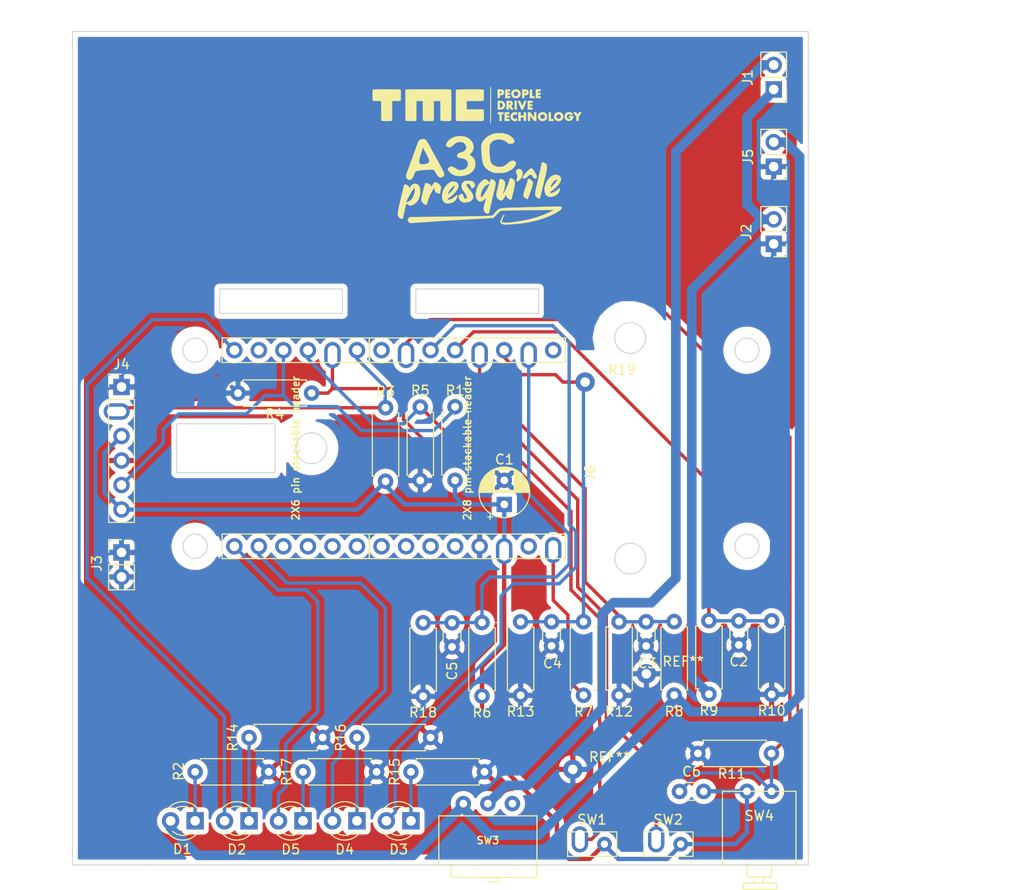
<source format=kicad_pcb>
(kicad_pcb (version 20171130) (host pcbnew 5.1.5-52549c5~86~ubuntu18.04.1)
  (title_block (title "routage e-p-wifi-shield") (date 2019-11-26) (rev 1.0) (company "A3C et TMC") (comment 1 "1ère version du shield, prototype 3") (comment 2 https://github.com/AIREL46/SCAO/tree/master/kicad/e-p-wifi-shield))
  (layers (0 F.Cu signal) (31 B.Cu signal) (34 B.Paste user) (35 F.Paste user) (36 B.SilkS user) (37 F.SilkS user) (38 B.Mask user) (39 F.Mask user) (44 Edge.Cuts user))
  (net 0 "")
  (net 1 +3V3)
  (net 2 GND)
  (net 3 "Net-(C2-Pad1)")
  (net 4 "Net-(C3-Pad1)")
  (net 5 "Net-(C4-Pad1)")
  (net 6 "Net-(C5-Pad1)")
  (net 7 "Net-(D1-Pad2)")
  (net 8 "Net-(D1-Pad1)")
  (net 9 "Net-(D2-Pad1)")
  (net 10 "Net-(D2-Pad2)")
  (net 11 "Net-(D3-Pad2)")
  (net 12 "Net-(D3-Pad1)")
  (net 13 "Net-(D4-Pad1)")
  (net 14 "Net-(D4-Pad2)")
  (net 15 "Net-(D5-Pad1)")
  (net 16 "Net-(D5-Pad2)")
  (net 17 "Net-(J1-Pad1)")
  (net 18 "Net-(J1-Pad2)")
  (net 19 "Net-(J4-Pad2)")
  (net 20 "Net-(J4-Pad5)")
  (net 21 "Net-(J6-PadAREF)")
  (net 22 "Net-(J6-PadVIN)")
  (net 23 "Net-(J6-PadRESET)")
  (net 24 "Net-(J6-PadTX)")
  (net 25 "Net-(J6-PadRX)")
  (net 26 "Net-(J6-PadSCL)")
  (net 27 "Net-(J6-PadA6)")
  (net 28 "Net-(J6-PadSDA)")
  (net 29 "Net-(J6-PadMISO)")
  (net 30 "Net-(J6-PadD1)")
  (net 31 "Net-(J6-PadSCK)")
  (net 32 "Net-(J6-PadD2)")
  (net 33 "Net-(J6-PadMOSI)")
  (net 34 "Net-(J6-PadD4)")
  (net 35 "Net-(J6-Pad+5V)")
  (net 36 "Net-(SW3-Pad1)")
  (net 37 "Net-(C6-Pad1)")
  (module e-p-wifi-v2:Via-DIY (layer F.Cu) (at 69.596 101.854)
    (fp_text reference REF** (at 3.81 -1.27) (layer F.SilkS))
    (fp_text value Via-DIY)
    (pad 1 thru_hole oval (at 0 0) (size 2 2) (drill 1) (layers *.Cu *.Mask) (net 2 GND))
  )
  (module e-p-wifi-v2:Via-DIY (layer F.Cu) (at 77.216 91.948)
    (fp_text reference REF** (at 3.81 -1.27) (layer F.SilkS))
    (fp_text value Via-DIY)
    (pad 1 thru_hole oval (at 0 0) (size 2 2) (drill 1) (layers *.Cu *.Mask) (net 2 GND))
  )
  (module e-p-wifi-v2:PinSocket_2x14_MKR1010_ov (layer F.Cu) (at 51.055 68.58 270)
    (fp_text reference J6 (at 2.54 -20.32 90) (layer F.SilkS))
    (fp_text value Conn_02x14_MKR1010)
    (fp_text user "2X8 pin stackable header" (at 0 -7.62 90) (layer F.SilkS) (effects (font (size 0.762 0.762))))
    (fp_text user "2X6 pin stackable header" (at 0 10.16 90) (layer F.SilkS) (effects (font (size 0.762 0.762))))
    (pad AREF thru_hole oval (at -10.16 -16.51 270) (size 1.7 1.7) (drill 1) (layers *.Cu *.Mask) (net 21 "Net-(J6-PadAREF)"))
    (pad VIN thru_hole oval (at 10.16 -13.97 270) (size 1.7 1.7) (drill 1) (layers *.Cu *.Mask) (net 22 "Net-(J6-PadVIN)"))
    (pad A0 thru_hole oval (at -9.66 -13.97 270) (size 2.7 1.7) (drill oval 2 1) (layers *.Cu *.Mask) (net 6 "Net-(C5-Pad1)"))
    (pad +3V3 thru_hole oval (at 10.66 -11.43 270) (size 2.7 1.7) (drill oval 2 1) (layers *.Cu *.Mask) (net 1 +3V3))
    (pad A1 thru_hole oval (at -10.16 -11.43 270) (size 1.7 1.7) (drill 1) (layers *.Cu *.Mask) (net 5 "Net-(C4-Pad1)"))
    (pad GND thru_hole oval (at 10.16 -8.89 270) (size 1.7 1.7) (drill 1) (layers *.Cu *.Mask) (net 2 GND))
    (pad A2 thru_hole oval (at -9.66 -8.89 270) (size 2.7 1.7) (drill oval 2 1) (layers *.Cu *.Mask) (net 4 "Net-(C3-Pad1)"))
    (pad RESET thru_hole oval (at 10.16 -6.35 270) (size 1.7 1.7) (drill 1) (layers *.Cu *.Mask) (net 23 "Net-(J6-PadRESET)"))
    (pad A3 thru_hole oval (at -10.16 -6.35 270) (size 1.7 1.7) (drill 1) (layers *.Cu *.Mask) (net 3 "Net-(C2-Pad1)"))
    (pad TX thru_hole oval (at 10.16 -3.81 270) (size 1.7 1.7) (drill 1) (layers *.Cu *.Mask) (net 24 "Net-(J6-PadTX)"))
    (pad A4 thru_hole oval (at -10.16 -3.81 270) (size 1.7 1.7) (drill 1) (layers *.Cu *.Mask) (net 11 "Net-(D3-Pad2)"))
    (pad RX thru_hole oval (at 10.16 -1.27 270) (size 1.7 1.7) (drill 1) (layers *.Cu *.Mask) (net 25 "Net-(J6-PadRX)"))
    (pad A5 thru_hole oval (at -9.66 -1.27 270) (size 2.7 1.7) (drill oval 2 1) (layers *.Cu *.Mask) (net 37 "Net-(C6-Pad1)"))
    (pad SCL thru_hole oval (at 10.16 1.27 270) (size 1.7 1.7) (drill 1) (layers *.Cu *.Mask) (net 26 "Net-(J6-PadSCL)"))
    (pad A6 thru_hole oval (at -10.16 1.27 270) (size 1.7 1.7) (drill 1) (layers *.Cu *.Mask) (net 27 "Net-(J6-PadA6)"))
    (pad SDA thru_hole oval (at 10.16 3.81 270) (size 1.7 1.7) (drill 1) (layers *.Cu *.Mask) (net 28 "Net-(J6-PadSDA)"))
    (pad D0 thru_hole oval (at -10.16 3.81 270) (size 1.7 1.7) (drill 1) (layers *.Cu *.Mask) (net 19 "Net-(J4-Pad2)"))
    (pad MISO thru_hole oval (at 10.16 6.35 270) (size 1.7 1.7) (drill 1) (layers *.Cu *.Mask) (net 29 "Net-(J6-PadMISO)"))
    (pad D1 thru_hole oval (at -9.66 6.35 270) (size 2.7 1.7) (drill oval 2 1) (layers *.Cu *.Mask) (net 30 "Net-(J6-PadD1)"))
    (pad SCK thru_hole oval (at 10.16 8.89 270) (size 1.7 1.7) (drill 1) (layers *.Cu *.Mask) (net 31 "Net-(J6-PadSCK)"))
    (pad D2 thru_hole oval (at -10.16 8.89 270) (size 1.7 1.7) (drill 1) (layers *.Cu *.Mask) (net 32 "Net-(J6-PadD2)"))
    (pad MOSI thru_hole oval (at 10.16 11.43 270) (size 1.7 1.7) (drill 1) (layers *.Cu *.Mask) (net 33 "Net-(J6-PadMOSI)"))
    (pad D3 thru_hole oval (at -10.16 11.43 270) (size 1.7 1.7) (drill 1) (layers *.Cu *.Mask) (net 20 "Net-(J4-Pad5)"))
    (pad D7 thru_hole oval (at 10.16 13.97 270) (size 1.7 1.7) (drill 1) (layers *.Cu *.Mask) (net 14 "Net-(D4-Pad2)"))
    (pad D4 thru_hole oval (at -10.16 13.97 270) (size 1.7 1.7) (drill 1) (layers *.Cu *.Mask) (net 34 "Net-(J6-PadD4)"))
    (pad D6 thru_hole oval (at 10.16 16.51 270) (size 1.7 1.7) (drill 1) (layers *.Cu *.Mask) (net 16 "Net-(D5-Pad2)"))
    (pad D5 thru_hole oval (at -10.16 16.51 270) (size 1.7 1.7) (drill 1) (layers *.Cu *.Mask) (net 10 "Net-(D2-Pad2)"))
    (pad +5V thru_hole oval (at 10.541 -16.51 270) (size 2.7 1.7) (drill oval 2 1) (layers *.Cu *.Mask) (net 35 "Net-(J6-Pad+5V)"))
  )
  (module LED_THT:LED_D3.0mm (layer F.Cu) (at 47.244 107.188 180)
    (fp_text reference D4 (at 1.27 -2.96) (layer F.SilkS))
    (fp_text value Rouge)
    (pad 1 thru_hole rect (at 0 0 180) (size 1.8 1.8) (drill 1) (layers *.Cu *.Mask) (net 13 "Net-(D4-Pad1)"))
    (pad 2 thru_hole circle (at 2.54 0 180) (size 1.8 1.8) (drill 1) (layers *.Cu *.Mask) (net 14 "Net-(D4-Pad2)"))
  )
  (module LED_THT:LED_D3.0mm (layer F.Cu) (at 36.068 107.188 180)
    (fp_text reference D2 (at 1.27 -2.96) (layer F.SilkS))
    (fp_text value Vert)
    (pad 1 thru_hole rect (at 0 0 180) (size 1.8 1.8) (drill 1) (layers *.Cu *.Mask) (net 9 "Net-(D2-Pad1)"))
    (pad 2 thru_hole circle (at 2.54 0 180) (size 1.8 1.8) (drill 1) (layers *.Cu *.Mask) (net 10 "Net-(D2-Pad2)"))
  )
  (module e-p-wifi-v2:switch (layer F.Cu) (at 60.8 105.4)
    (fp_text reference SW3 (at 0 3.81) (layer F.SilkS) (effects (font (size 0.762 0.762))))
    (fp_text value "Conrad 711771")
    (pad 2 thru_hole circle (at 0 0) (size 1.6 1.6) (drill 0.8) (layers *.Cu *.Mask) (net 18 "Net-(J1-Pad2)"))
    (pad 3 thru_hole circle (at -2.54 0) (size 1.6 1.6) (drill 0.8) (layers *.Cu *.Mask) (net 7 "Net-(D1-Pad2)"))
    (pad 1 thru_hole circle (at 2.54 0) (size 1.6 1.6) (drill 0.8) (layers *.Cu *.Mask) (net 36 "Net-(SW3-Pad1)"))
  )
  (module LED_THT:LED_D3.0mm (layer F.Cu) (at 30.48 107.188 180)
    (fp_text reference D1 (at 1.325 -2.925) (layer F.SilkS))
    (fp_text value vert)
    (pad 2 thru_hole circle (at 2.54 0 180) (size 1.8 1.8) (drill 1) (layers *.Cu *.Mask) (net 7 "Net-(D1-Pad2)"))
    (pad 1 thru_hole rect (at 0 0 180) (size 1.8 1.8) (drill 1) (layers *.Cu *.Mask) (net 8 "Net-(D1-Pad1)"))
  )
  (module Capacitor_THT:C_Disc_D3.0mm_W1.6mm_P2.50mm (layer F.Cu) (at 77.19 86.56 270)
    (fp_text reference C3 (at 4.3 -0.1 180) (layer F.SilkS))
    (fp_text value 0.1mF)
    (pad 2 thru_hole circle (at 2.5 0 270) (size 1.6 1.6) (drill 0.8) (layers *.Cu *.Mask) (net 2 GND))
    (pad 1 thru_hole circle (at 0 0 270) (size 1.6 1.6) (drill 0.8) (layers *.Cu *.Mask) (net 4 "Net-(C3-Pad1)"))
  )
  (module Connector_PinHeader_2.54mm:PinHeader_1x02_P2.54mm_Vertical (layer F.Cu) (at 90.4 31.4 180)
    (fp_text reference J1 (at 2.7 1.225 270) (layer F.SilkS))
    (fp_text value Shunt)
    (pad 1 thru_hole rect (at 0 0 180) (size 1.7 1.7) (drill 1) (layers *.Cu *.Mask) (net 17 "Net-(J1-Pad1)"))
    (pad 2 thru_hole oval (at 0 2.54 180) (size 1.7 1.7) (drill 1) (layers *.Cu *.Mask) (net 18 "Net-(J1-Pad2)"))
  )
  (module Connector_PinHeader_2.54mm:PinHeader_1x02_P2.54mm_Vertical (layer F.Cu) (at 90.4 47.4 180)
    (fp_text reference J2 (at 2.825 1.225 270) (layer F.SilkS))
    (fp_text value Vbat1)
    (pad 1 thru_hole rect (at 0 0 180) (size 1.7 1.7) (drill 1) (layers *.Cu *.Mask) (net 2 GND))
    (pad 2 thru_hole oval (at 0 2.54 180) (size 1.7 1.7) (drill 1) (layers *.Cu *.Mask) (net 17 "Net-(J1-Pad1)"))
  )
  (module Connector_PinHeader_2.54mm:PinHeader_1x02_P2.54mm_Vertical (layer F.Cu) (at 22.86 79.375)
    (fp_text reference J3 (at -2.56 1.14 -90) (layer F.SilkS))
    (fp_text value "Masse T1")
    (pad 2 thru_hole oval (at 0 2.54) (size 1.7 1.7) (drill 1) (layers *.Cu *.Mask) (net 2 GND))
    (pad 1 thru_hole rect (at 0 0) (size 1.7 1.7) (drill 1) (layers *.Cu *.Mask) (net 2 GND))
  )
  (module Capacitor_THT:CP_Radial_D5.0mm_P2.50mm (layer F.Cu) (at 62.5 74.4 90)
    (fp_text reference C1 (at 4.66 0.02) (layer F.SilkS))
    (fp_text value 4.7µF)
    (pad 1 thru_hole rect (at 0 0 90) (size 1.6 1.6) (drill 0.8) (layers *.Cu *.Mask) (net 1 +3V3))
    (pad 2 thru_hole circle (at 2.5 0 90) (size 1.6 1.6) (drill 0.8) (layers *.Cu *.Mask) (net 2 GND))
  )
  (module logo:tmc-logo-1200dpi (layer F.Cu) (at 59.69 33.02)
    (fp_text reference G*** hide)
    (fp_text value LOGO hide)
  )
  (module Capacitor_THT:C_Disc_D3.0mm_W1.6mm_P2.50mm (layer F.Cu) (at 86.79 86.46 270)
    (fp_text reference C2 (at 4.2 0 180) (layer F.SilkS))
    (fp_text value 0.1mF)
    (pad 1 thru_hole circle (at 0 0 270) (size 1.6 1.6) (drill 0.8) (layers *.Cu *.Mask) (net 3 "Net-(C2-Pad1)"))
    (pad 2 thru_hole circle (at 2.5 0 270) (size 1.6 1.6) (drill 0.8) (layers *.Cu *.Mask) (net 2 GND))
  )
  (module Capacitor_THT:C_Disc_D3.0mm_W1.6mm_P2.50mm (layer F.Cu) (at 67.39 86.56 270)
    (fp_text reference C4 (at 4.3 -0.1 180) (layer F.SilkS))
    (fp_text value 0.1mF)
    (pad 1 thru_hole circle (at 0 0 270) (size 1.6 1.6) (drill 0.8) (layers *.Cu *.Mask) (net 5 "Net-(C4-Pad1)"))
    (pad 2 thru_hole circle (at 2.5 0 270) (size 1.6 1.6) (drill 0.8) (layers *.Cu *.Mask) (net 2 GND))
  )
  (module LED_THT:LED_D3.0mm (layer F.Cu) (at 41.656 107.188 180)
    (fp_text reference D5 (at 1.27 -2.96) (layer F.SilkS))
    (fp_text value Jaune)
    (pad 1 thru_hole rect (at 0 0 180) (size 1.8 1.8) (drill 1) (layers *.Cu *.Mask) (net 15 "Net-(D5-Pad1)"))
    (pad 2 thru_hole circle (at 2.54 0 180) (size 1.8 1.8) (drill 1) (layers *.Cu *.Mask) (net 16 "Net-(D5-Pad2)"))
  )
  (module Capacitor_THT:C_Disc_D3.0mm_W1.6mm_P2.50mm (layer F.Cu) (at 57.09 86.66 270)
    (fp_text reference C5 (at 5 0 90) (layer F.SilkS))
    (fp_text value 0.1mF)
    (pad 2 thru_hole circle (at 2.5 0 270) (size 1.6 1.6) (drill 0.8) (layers *.Cu *.Mask) (net 2 GND))
    (pad 1 thru_hole circle (at 0 0 270) (size 1.6 1.6) (drill 0.8) (layers *.Cu *.Mask) (net 6 "Net-(C5-Pad1)"))
  )
  (module logo:a3c-logo-500dpi (layer F.Cu) (at 59.69 40.64)
    (fp_text reference G*** hide)
    (fp_text value LOGO hide)
  )
  (module LED_THT:LED_D3.0mm (layer F.Cu) (at 52.832 107.188 180)
    (fp_text reference D3 (at 1.27 -2.96) (layer F.SilkS))
    (fp_text value bleu)
    (pad 2 thru_hole circle (at 2.54 0 180) (size 1.8 1.8) (drill 1) (layers *.Cu *.Mask) (net 11 "Net-(D3-Pad2)"))
    (pad 1 thru_hole rect (at 0 0 180) (size 1.8 1.8) (drill 1) (layers *.Cu *.Mask) (net 12 "Net-(D3-Pad1)"))
  )
  (module Connector_PinHeader_2.54mm:PinHeader_1x02_P2.54mm_Vertical (layer F.Cu) (at 90.4 39.4 180)
    (fp_text reference J5 (at 2.65 1 270) (layer F.SilkS))
    (fp_text value Vbat2)
    (pad 2 thru_hole oval (at 0 2.54 180) (size 1.7 1.7) (drill 1) (layers *.Cu *.Mask) (net 7 "Net-(D1-Pad2)"))
    (pad 1 thru_hole rect (at 0 0 180) (size 1.7 1.7) (drill 1) (layers *.Cu *.Mask) (net 2 GND))
  )
  (module Resistor_THT:R_Axial_DIN0207_L6.3mm_D2.5mm_P7.62mm_Horizontal (layer F.Cu) (at 50.2 72 90)
    (fp_text reference R3 (at 9.3 0 180) (layer F.SilkS))
    (fp_text value 4.7k)
    (pad 1 thru_hole circle (at 0 0 90) (size 1.6 1.6) (drill 0.8) (layers *.Cu *.Mask) (net 1 +3V3))
    (pad 2 thru_hole oval (at 7.62 0 90) (size 1.6 1.6) (drill 0.8) (layers *.Cu *.Mask) (net 19 "Net-(J4-Pad2)"))
  )
  (module Resistor_THT:R_Axial_DIN0207_L6.3mm_D2.5mm_P7.62mm_Horizontal (layer F.Cu) (at 90.19 86.46 270)
    (fp_text reference R10 (at 9.3 0 180) (layer F.SilkS))
    (fp_text value 4.7k)
    (pad 2 thru_hole oval (at 7.62 0 270) (size 1.6 1.6) (drill 0.8) (layers *.Cu *.Mask) (net 2 GND))
    (pad 1 thru_hole circle (at 0 0 270) (size 1.6 1.6) (drill 0.8) (layers *.Cu *.Mask) (net 3 "Net-(C2-Pad1)"))
  )
  (module Resistor_THT:R_Axial_DIN0207_L6.3mm_D2.5mm_P7.62mm_Horizontal (layer F.Cu) (at 64.19 86.56 270)
    (fp_text reference R13 (at 9.3 0) (layer F.SilkS))
    (fp_text value 4.7k)
    (pad 2 thru_hole oval (at 7.62 0 270) (size 1.6 1.6) (drill 0.8) (layers *.Cu *.Mask) (net 2 GND))
    (pad 1 thru_hole circle (at 0 0 270) (size 1.6 1.6) (drill 0.8) (layers *.Cu *.Mask) (net 5 "Net-(C4-Pad1)"))
  )
  (module Resistor_THT:R_Axial_DIN0207_L6.3mm_D2.5mm_P7.62mm_Horizontal (layer F.Cu) (at 53.8 64.3 270)
    (fp_text reference R5 (at -1.7 0 180) (layer F.SilkS))
    (fp_text value 47k)
    (pad 1 thru_hole circle (at 0 0 270) (size 1.6 1.6) (drill 0.8) (layers *.Cu *.Mask) (net 32 "Net-(J6-PadD2)"))
    (pad 2 thru_hole oval (at 7.62 0 270) (size 1.6 1.6) (drill 0.8) (layers *.Cu *.Mask) (net 2 GND))
  )
  (module Resistor_THT:R_Axial_DIN0207_L6.3mm_D2.5mm_P7.62mm_Horizontal (layer F.Cu) (at 43.688 98.552 180)
    (fp_text reference R14 (at 9.3 0 270) (layer F.SilkS))
    (fp_text value 1K)
    (pad 2 thru_hole oval (at 7.62 0 180) (size 1.6 1.6) (drill 0.8) (layers *.Cu *.Mask) (net 9 "Net-(D2-Pad1)"))
    (pad 1 thru_hole circle (at 0 0 180) (size 1.6 1.6) (drill 0.8) (layers *.Cu *.Mask) (net 2 GND))
  )
  (module Resistor_THT:R_Axial_DIN0207_L6.3mm_D2.5mm_P7.62mm_Horizontal (layer F.Cu) (at 60.19 94.26 90)
    (fp_text reference R6 (at -1.7 0 180) (layer F.SilkS))
    (fp_text value 4.7k)
    (pad 2 thru_hole oval (at 7.62 0 90) (size 1.6 1.6) (drill 0.8) (layers *.Cu *.Mask) (net 6 "Net-(C5-Pad1)"))
    (pad 1 thru_hole circle (at 0 0 90) (size 1.6 1.6) (drill 0.8) (layers *.Cu *.Mask) (net 1 +3V3))
  )
  (module Resistor_THT:R_Axial_DIN0207_L6.3mm_D2.5mm_P7.62mm_Horizontal (layer F.Cu) (at 70.7 94.17 90)
    (fp_text reference R7 (at -1.7 0 180) (layer F.SilkS))
    (fp_text value 4.7k)
    (pad 1 thru_hole circle (at 0 0 90) (size 1.6 1.6) (drill 0.8) (layers *.Cu *.Mask) (net 35 "Net-(J6-Pad+5V)"))
    (pad 2 thru_hole oval (at 7.62 0 90) (size 1.6 1.6) (drill 0.8) (layers *.Cu *.Mask) (net 5 "Net-(C4-Pad1)"))
  )
  (module Resistor_THT:R_Axial_DIN0207_L6.3mm_D2.5mm_P7.62mm_Horizontal (layer F.Cu) (at 60.452 102.108 180)
    (fp_text reference R15 (at 9.3 0 270) (layer F.SilkS))
    (fp_text value 1K)
    (pad 1 thru_hole circle (at 0 0 180) (size 1.6 1.6) (drill 0.8) (layers *.Cu *.Mask) (net 2 GND))
    (pad 2 thru_hole oval (at 7.62 0 180) (size 1.6 1.6) (drill 0.8) (layers *.Cu *.Mask) (net 12 "Net-(D3-Pad1)"))
  )
  (module Resistor_THT:R_Axial_DIN0207_L6.3mm_D2.5mm_P7.62mm_Horizontal (layer F.Cu) (at 74.39 86.56 270)
    (fp_text reference R12 (at 9.3 0 180) (layer F.SilkS))
    (fp_text value 4.7k)
    (pad 1 thru_hole circle (at 0 0 270) (size 1.6 1.6) (drill 0.8) (layers *.Cu *.Mask) (net 4 "Net-(C3-Pad1)"))
    (pad 2 thru_hole oval (at 7.62 0 270) (size 1.6 1.6) (drill 0.8) (layers *.Cu *.Mask) (net 2 GND))
  )
  (module Resistor_THT:R_Axial_DIN0207_L6.3mm_D2.5mm_P7.62mm_Horizontal (layer F.Cu) (at 54.864 98.552 180)
    (fp_text reference R16 (at 9.3 0 270) (layer F.SilkS))
    (fp_text value 1K)
    (pad 2 thru_hole oval (at 7.62 0 180) (size 1.6 1.6) (drill 0.8) (layers *.Cu *.Mask) (net 13 "Net-(D4-Pad1)"))
    (pad 1 thru_hole circle (at 0 0 180) (size 1.6 1.6) (drill 0.8) (layers *.Cu *.Mask) (net 2 GND))
  )
  (module Resistor_THT:R_Axial_DIN0207_L6.3mm_D2.5mm_P7.62mm_Horizontal (layer F.Cu) (at 49.276 102.108 180)
    (fp_text reference R17 (at 9.3 0 270) (layer F.SilkS))
    (fp_text value 1K)
    (pad 1 thru_hole circle (at 0 0 180) (size 1.6 1.6) (drill 0.8) (layers *.Cu *.Mask) (net 2 GND))
    (pad 2 thru_hole oval (at 7.62 0 180) (size 1.6 1.6) (drill 0.8) (layers *.Cu *.Mask) (net 15 "Net-(D5-Pad1)"))
  )
  (module Resistor_THT:R_Axial_DIN0207_L6.3mm_D2.5mm_P7.62mm_Horizontal (layer F.Cu) (at 82.55 100.2)
    (fp_text reference R11 (at 3.5 2.1 180) (layer F.SilkS))
    (fp_text value 47k)
    (pad 2 thru_hole oval (at 7.62 0) (size 1.6 1.6) (drill 0.8) (layers *.Cu *.Mask) (net 37 "Net-(C6-Pad1)"))
    (pad 1 thru_hole circle (at 0 0) (size 1.6 1.6) (drill 0.8) (layers *.Cu *.Mask) (net 2 GND))
  )
  (module Resistor_THT:R_Axial_DIN0207_L6.3mm_D2.5mm_P7.62mm_Horizontal (layer F.Cu) (at 80.09 94.16 90)
    (fp_text reference R8 (at -1.7 0 180) (layer F.SilkS))
    (fp_text value 4.7k)
    (pad 2 thru_hole oval (at 7.62 0 90) (size 1.6 1.6) (drill 0.8) (layers *.Cu *.Mask) (net 4 "Net-(C3-Pad1)"))
    (pad 1 thru_hole circle (at 0 0 90) (size 1.6 1.6) (drill 0.8) (layers *.Cu *.Mask) (net 7 "Net-(D1-Pad2)"))
  )
  (module Resistor_THT:R_Axial_DIN0207_L6.3mm_D2.5mm_P7.62mm_Horizontal (layer F.Cu) (at 57.4 71.9 90)
    (fp_text reference R1 (at 9.3 0 180) (layer F.SilkS))
    (fp_text value 4.7k)
    (pad 1 thru_hole circle (at 0 0 90) (size 1.6 1.6) (drill 0.8) (layers *.Cu *.Mask) (net 1 +3V3))
    (pad 2 thru_hole oval (at 7.62 0 90) (size 1.6 1.6) (drill 0.8) (layers *.Cu *.Mask) (net 20 "Net-(J4-Pad5)"))
  )
  (module Resistor_THT:R_Axial_DIN0207_L6.3mm_D2.5mm_P7.62mm_Horizontal (layer F.Cu) (at 38.1 102.108 180)
    (fp_text reference R2 (at 9.32 0.05 90) (layer F.SilkS))
    (fp_text value 1K)
    (pad 2 thru_hole oval (at 7.62 0 180) (size 1.6 1.6) (drill 0.8) (layers *.Cu *.Mask) (net 8 "Net-(D1-Pad1)"))
    (pad 1 thru_hole circle (at 0 0 180) (size 1.6 1.6) (drill 0.8) (layers *.Cu *.Mask) (net 2 GND))
  )
  (module Resistor_THT:R_Axial_DIN0207_L6.3mm_D2.5mm_P7.62mm_Horizontal (layer F.Cu) (at 42.545 62.865 180)
    (fp_text reference R4 (at 3.8 -2.2) (layer F.SilkS))
    (fp_text value 47k)
    (pad 2 thru_hole oval (at 7.62 0 180) (size 1.6 1.6) (drill 0.8) (layers *.Cu *.Mask) (net 2 GND))
    (pad 1 thru_hole circle (at 0 0 180) (size 1.6 1.6) (drill 0.8) (layers *.Cu *.Mask) (net 30 "Net-(J6-PadD1)"))
  )
  (module Resistor_THT:R_Axial_DIN0207_L6.3mm_D2.5mm_P7.62mm_Horizontal (layer F.Cu) (at 83.69 94.06 90)
    (fp_text reference R9 (at -1.7 0 180) (layer F.SilkS))
    (fp_text value 4.7k)
    (pad 1 thru_hole circle (at 0 0 90) (size 1.6 1.6) (drill 0.8) (layers *.Cu *.Mask) (net 17 "Net-(J1-Pad1)"))
    (pad 2 thru_hole oval (at 7.62 0 90) (size 1.6 1.6) (drill 0.8) (layers *.Cu *.Mask) (net 3 "Net-(C2-Pad1)"))
  )
  (module Resistor_THT:R_Axial_DIN0207_L6.3mm_D2.5mm_P7.62mm_Horizontal (layer F.Cu) (at 54.09 86.66 270)
    (fp_text reference R18 (at 9.3 0 180) (layer F.SilkS))
    (fp_text value 4.7k)
    (pad 1 thru_hole circle (at 0 0 270) (size 1.6 1.6) (drill 0.8) (layers *.Cu *.Mask) (net 6 "Net-(C5-Pad1)"))
    (pad 2 thru_hole oval (at 7.62 0 270) (size 1.6 1.6) (drill 0.8) (layers *.Cu *.Mask) (net 2 GND))
  )
  (module e-p-wifi-v2:BP (layer F.Cu) (at 88.9 104.125)
    (fp_text reference SW4 (at 0 2.54) (layer F.SilkS))
    (fp_text value "BP APEM - Farnell 108-2512")
    (pad 1 thru_hole circle (at -1.27 0) (size 1.6 1.6) (drill 0.8) (layers *.Cu *.Mask) (net 1 +3V3))
    (pad 2 thru_hole circle (at 1.27 0) (size 1.6 1.6) (drill 0.8) (layers *.Cu *.Mask) (net 37 "Net-(C6-Pad1)"))
  )
  (module Capacitor_THT:C_Disc_D3.0mm_W1.6mm_P2.50mm (layer F.Cu) (at 80.645 104.14)
    (fp_text reference C6 (at 1.25 -2.05) (layer F.SilkS))
    (fp_text value 0.1mF)
    (pad 1 thru_hole circle (at 0 0) (size 1.6 1.6) (drill 0.8) (layers *.Cu *.Mask) (net 37 "Net-(C6-Pad1)"))
    (pad 2 thru_hole circle (at 2.5 0) (size 1.6 1.6) (drill 0.8) (layers *.Cu *.Mask) (net 1 +3V3))
  )
  (module e-p-wifi-v2:PinHeader_1x06_P2.54mm_Vertical_J4 (layer F.Cu) (at 22.86 62.23)
    (fp_text reference J4 (at 0 -2.33) (layer F.SilkS))
    (fp_text value Température)
    (pad 1 thru_hole rect (at 0 0) (size 1.7 1.7) (drill 1) (layers *.Cu *.Mask) (net 2 GND))
    (pad 2 thru_hole oval (at -0.5 2.54) (size 2.7 1.7) (drill oval 2 1) (layers *.Cu *.Mask) (net 19 "Net-(J4-Pad2)"))
    (pad 3 thru_hole oval (at 0 5.08) (size 1.7 1.7) (drill 1) (layers *.Cu *.Mask) (net 1 +3V3))
    (pad 4 thru_hole oval (at 0 7.62) (size 1.7 1.7) (drill 1) (layers *.Cu *.Mask) (net 2 GND))
    (pad 5 thru_hole oval (at 0 10.16) (size 1.7 1.7) (drill 1) (layers *.Cu *.Mask) (net 20 "Net-(J4-Pad5)"))
    (pad 6 thru_hole oval (at 0 12.7) (size 1.7 1.7) (drill 1) (layers *.Cu *.Mask) (net 1 +3V3))
  )
  (module e-p-wifi-v2:jumper-switch-sw1 (layer F.Cu) (at 71.6 109.6 180)
    (fp_text reference SW1 (at 0.0254 2.54) (layer F.SilkS))
    (fp_text value "StSp - Farnell 986-501")
    (pad 1 thru_hole circle (at -1.27 0 180) (size 1.524 1.524) (drill 0.762) (layers *.Cu *.Mask) (net 1 +3V3))
    (pad 2 thru_hole oval (at 1.27 0.5 180) (size 1.7 2.7) (drill oval 1 2) (layers *.Cu *.Mask) (net 30 "Net-(J6-PadD1)"))
  )
  (module e-p-wifi-v2:jumper-switch-sw1 (layer F.Cu) (at 79.5 109.6 180)
    (fp_text reference SW2 (at 0.0254 2.54) (layer F.SilkS))
    (fp_text value "Sleep - Farnell 986-501")
    (pad 1 thru_hole circle (at -1.27 0 180) (size 1.524 1.524) (drill 0.762) (layers *.Cu *.Mask) (net 1 +3V3))
    (pad 2 thru_hole oval (at 1.27 0.5 180) (size 1.7 2.7) (drill oval 1 2) (layers *.Cu *.Mask) (net 32 "Net-(J6-PadD2)"))
  )
  (module e-p-wifi-v2:Via-DIY (layer F.Cu) (at 70.866 61.722)
    (fp_text reference R19 (at 3.81 -1.27) (layer F.SilkS))
    (fp_text value Via)
    (pad 1 thru_hole oval (at 0 0) (size 2 2) (drill 1) (layers *.Cu *.Mask) (net 5 "Net-(C4-Pad1)"))
  )
  (gr_circle (center 30.48 78.74) (end 31.73 78.74) (layer Edge.Cuts) (width 0.1))
  (gr_line (start 17.78 25.4) (end 25.4 25.4) (layer Edge.Cuts) (width 0.1))
  (gr_line (start 17.78 111.76) (end 17.78 25.4) (layer Edge.Cuts) (width 0.1))
  (gr_line (start 17.78 111.76) (end 25.4 111.76) (layer Edge.Cuts) (width 0.1))
  (gr_line (start 28.575 66.04) (end 28.575 71.12) (layer Edge.Cuts) (width 0.1))
  (gr_line (start 38.735 66.04) (end 28.575 66.04) (layer Edge.Cuts) (width 0.1))
  (gr_line (start 38.735 71.12) (end 38.735 66.04) (layer Edge.Cuts) (width 0.1))
  (gr_line (start 28.575 71.12) (end 38.735 71.12) (layer Edge.Cuts) (width 0.1))
  (gr_circle (center 42.5196 68.58) (end 44.1196 68.58) (layer Edge.Cuts) (width 0.1))
  (gr_circle (center 30.48 58.42) (end 31.73 58.42) (layer Edge.Cuts) (width 0.1))
  (gr_circle (center 87.63 58.42) (end 88.88 58.42) (layer Edge.Cuts) (width 0.1))
  (gr_circle (center 75.5396 57.15) (end 77.1396 57.15) (layer Edge.Cuts) (width 0.1))
  (gr_circle (center 75.5396 80.01) (end 77.1396 80.01) (layer Edge.Cuts) (width 0.1))
  (gr_circle (center 87.63 78.74) (end 88.88 78.74) (layer Edge.Cuts) (width 0.1))
  (gr_line (start 45.726 52.07) (end 45.726 54.61) (layer Edge.Cuts) (width 0.1))
  (gr_line (start 33.026 52.07) (end 33.026 54.61) (layer Edge.Cuts) (width 0.1))
  (gr_line (start 33.026 52.07) (end 45.726 52.07) (layer Edge.Cuts) (width 0.1))
  (gr_line (start 33.026 54.61) (end 45.726 54.61) (layer Edge.Cuts) (width 0.1))
  (gr_line (start 53.34 54.61) (end 53.34 52.07) (layer Edge.Cuts) (width 0.1))
  (gr_line (start 66.04 52.07) (end 66.04 54.61) (layer Edge.Cuts) (width 0.1))
  (gr_line (start 53.34 52.07) (end 66.04 52.07) (layer Edge.Cuts) (width 0.1))
  (gr_line (start 53.34 54.61) (end 66.04 54.61) (layer Edge.Cuts) (width 0.1))
  (gr_line (start 25.4 111.76) (end 93.98 111.76) (layer Edge.Cuts) (width 0.1))
  (gr_line (start 93.98 25.4) (end 93.98 111.76) (layer Edge.Cuts) (width 0.1))
  (gr_line (start 25.4 25.4) (end 93.98 25.4) (layer Edge.Cuts) (width 0.1))
  (gr_text e-p-wifi-shield (at 59.69 27.94) (layer F.Cu) (effects (font (size 1.5 1.5) (thickness 0.3))))
  (segment (start 87.63 108.3818) (end 87.63 104.125) (width 0.45) (layer B.Cu) (net 1))
  (segment (start 80.77 109.6) (end 86.4118 109.6) (width 0.45) (layer B.Cu) (net 1))
  (segment (start 86.4118 109.6) (end 87.63 108.3818) (width 0.45) (layer B.Cu) (net 1))
  (segment (start 60.17703 94.27297) (end 60.19 94.26) (width 0.45) (layer F.Cu) (net 1))
  (segment (start 62.5 78.725) (end 62.485 78.74) (width 0.45) (layer B.Cu) (net 1))
  (segment (start 62.5 74.4) (end 62.5 78.725) (width 0.45) (layer B.Cu) (net 1))
  (segment (start 57.4 73.56202) (end 57.4 71.9) (width 0.45) (layer B.Cu) (net 1))
  (segment (start 62.5 74.4) (end 58.23798 74.4) (width 0.45) (layer B.Cu) (net 1))
  (segment (start 58.23798 74.4) (end 57.4 73.56202) (width 0.45) (layer B.Cu) (net 1))
  (segment (start 60.2 91.225) (end 62.485 88.94) (width 0.45) (layer F.Cu) (net 1))
  (segment (start 60.2 93.11863) (end 60.2 91.225) (width 0.45) (layer F.Cu) (net 1))
  (segment (start 60.19 94.26) (end 60.19 93.12863) (width 0.45) (layer F.Cu) (net 1))
  (segment (start 60.19 93.12863) (end 60.2 93.11863) (width 0.45) (layer F.Cu) (net 1))
  (segment (start 62.485 88.94) (end 62.485 78.74) (width 0.45) (layer F.Cu) (net 1))
  (segment (start 72.108001 110.361999) (end 72.87 109.6) (width 0.45) (layer F.Cu) (net 1))
  (segment (start 60.19 99.56) (end 67.945 107.315) (width 0.45) (layer F.Cu) (net 1))
  (segment (start 60.19 94.26) (end 60.19 99.56) (width 0.45) (layer F.Cu) (net 1))
  (segment (start 67.945 107.315) (end 67.945 109.860134) (width 0.45) (layer F.Cu) (net 1))
  (segment (start 71.345 111.125) (end 72.108001 110.361999) (width 0.45) (layer F.Cu) (net 1))
  (segment (start 67.945 109.860134) (end 69.209866 111.125) (width 0.45) (layer F.Cu) (net 1))
  (segment (start 69.209866 111.125) (end 71.345 111.125) (width 0.45) (layer F.Cu) (net 1))
  (segment (start 83.16 104.125) (end 83.145 104.14) (width 0.45) (layer B.Cu) (net 1))
  (segment (start 87.63 104.125) (end 83.16 104.125) (width 0.45) (layer B.Cu) (net 1))
  (segment (start 50.2 72.425) (end 50.2 72) (width 0.45) (layer B.Cu) (net 1))
  (segment (start 58.23798 74.4) (end 52.175 74.4) (width 0.45) (layer B.Cu) (net 1))
  (segment (start 52.175 74.4) (end 50.2 72.425) (width 0.45) (layer B.Cu) (net 1))
  (segment (start 74.30499 111.13499) (end 72.87 109.7) (width 0.45) (layer B.Cu) (net 1))
  (segment (start 79.36501 111.13499) (end 74.30499 111.13499) (width 0.45) (layer B.Cu) (net 1))
  (segment (start 72.87 109.7) (end 72.87 109.6) (width 0.45) (layer B.Cu) (net 1))
  (segment (start 80.77 109.6) (end 80.77 109.73) (width 0.45) (layer B.Cu) (net 1))
  (segment (start 80.77 109.73) (end 79.36501 111.13499) (width 0.45) (layer B.Cu) (net 1))
  (segment (start 47.27 74.93) (end 50.2 72) (width 0.45) (layer B.Cu) (net 1))
  (segment (start 41.275 74.93) (end 47.27 74.93) (width 0.45) (layer B.Cu) (net 1))
  (segment (start 41.275 74.93) (end 22.86 74.93) (width 0.45) (layer B.Cu) (net 1))
  (segment (start 40.785 74.93) (end 41.275 74.93) (width 0.45) (layer B.Cu) (net 1))
  (segment (start 22.86 67.31) (end 21.082 69.088) (width 0.45) (layer B.Cu) (net 1))
  (segment (start 22.010001 74.080001) (end 22.86 74.93) (width 0.45) (layer B.Cu) (net 1))
  (segment (start 21.082 73.152) (end 22.010001 74.080001) (width 0.45) (layer B.Cu) (net 1))
  (segment (start 21.082 69.088) (end 21.082 73.152) (width 0.45) (layer B.Cu) (net 1))
  (segment (start 34.29 62.23) (end 34.925 62.865) (width 0.45) (layer B.Cu) (net 2))
  (segment (start 90.19 86.46) (end 86.79 86.46) (width 0.35) (layer B.Cu) (net 3))
  (segment (start 83.71 86.46) (end 83.69 86.44) (width 0.35) (layer B.Cu) (net 3))
  (segment (start 86.79 86.46) (end 83.71 86.46) (width 0.35) (layer B.Cu) (net 3))
  (segment (start 83.69 85.30863) (end 83.69 86.44) (width 0.35) (layer F.Cu) (net 3))
  (segment (start 59.31 56.515) (end 58.254999 57.570001) (width 0.35) (layer F.Cu) (net 3))
  (segment (start 68.137501 56.515) (end 59.31 56.515) (width 0.35) (layer F.Cu) (net 3))
  (segment (start 83.69 86.44) (end 83.69 72.067499) (width 0.35) (layer F.Cu) (net 3))
  (segment (start 58.254999 57.570001) (end 57.405 58.42) (width 0.35) (layer F.Cu) (net 3))
  (segment (start 83.69 72.067499) (end 68.137501 56.515) (width 0.35) (layer F.Cu) (net 3))
  (segment (start 77.21 86.54) (end 77.19 86.56) (width 0.35) (layer B.Cu) (net 4))
  (segment (start 80.09 86.54) (end 77.21 86.54) (width 0.35) (layer B.Cu) (net 4))
  (segment (start 77.19 86.56) (end 74.39 86.56) (width 0.35) (layer B.Cu) (net 4))
  (segment (start 74.39 85.941815) (end 74.39 86.56) (width 0.35) (layer F.Cu) (net 4))
  (segment (start 59.945 63.585) (end 61.765 65.405) (width 0.35) (layer F.Cu) (net 4))
  (segment (start 70.866 82.417815) (end 74.39 85.941815) (width 0.35) (layer F.Cu) (net 4))
  (segment (start 59.945 58.42) (end 59.945 63.585) (width 0.35) (layer F.Cu) (net 4))
  (segment (start 61.765 65.405) (end 63.5 65.405) (width 0.35) (layer F.Cu) (net 4))
  (segment (start 63.5 65.405) (end 70.866 72.771) (width 0.35) (layer F.Cu) (net 4))
  (segment (start 70.866 72.771) (end 70.866 82.417815) (width 0.35) (layer F.Cu) (net 4))
  (segment (start 67.4 86.55) (end 67.39 86.56) (width 0.35) (layer B.Cu) (net 5))
  (segment (start 70.7 86.55) (end 67.4 86.55) (width 0.35) (layer B.Cu) (net 5))
  (segment (start 67.39 86.56) (end 64.19 86.56) (width 0.35) (layer B.Cu) (net 5))
  (segment (start 62.485 59.148541) (end 62.485 58.42) (width 0.35) (layer F.Cu) (net 5))
  (segment (start 67.818 60.96) (end 64.296459 60.96) (width 0.35) (layer F.Cu) (net 5))
  (segment (start 64.296459 60.96) (end 62.485 59.148541) (width 0.35) (layer F.Cu) (net 5))
  (segment (start 57.11 86.64) (end 57.09 86.66) (width 0.35) (layer B.Cu) (net 6))
  (segment (start 60.19 86.64) (end 57.11 86.64) (width 0.35) (layer B.Cu) (net 6))
  (segment (start 57.09 86.66) (end 54.09 86.66) (width 0.35) (layer B.Cu) (net 6))
  (segment (start 65.025 61.81001) (end 65.025 58.92) (width 0.35) (layer B.Cu) (net 6))
  (segment (start 65.025 73.15) (end 65.025 72.645) (width 0.35) (layer B.Cu) (net 6))
  (segment (start 65.025 72.645) (end 65.025 61.81001) (width 0.35) (layer B.Cu) (net 6))
  (segment (start 69.215 77.47) (end 65.025 73.28) (width 0.35) (layer B.Cu) (net 6))
  (segment (start 69.215 80.597779) (end 69.215 77.47) (width 0.35) (layer B.Cu) (net 6))
  (segment (start 67.897779 81.915) (end 69.215 80.597779) (width 0.35) (layer B.Cu) (net 6))
  (segment (start 61.045 81.915) (end 67.897779 81.915) (width 0.35) (layer B.Cu) (net 6))
  (segment (start 60.19 82.77) (end 61.045 81.915) (width 0.35) (layer B.Cu) (net 6))
  (segment (start 65.025 73.28) (end 65.025 72.645) (width 0.35) (layer B.Cu) (net 6))
  (segment (start 60.19 86.64) (end 60.19 82.77) (width 0.35) (layer B.Cu) (net 6))
  (segment (start 68.58 61.722) (end 70.866 61.722) (width 0.35) (layer F.Cu) (net 5))
  (segment (start 67.818 60.96) (end 68.58 61.722) (width 0.35) (layer F.Cu) (net 5))
  (segment (start 70.7 61.888) (end 70.866 61.722) (width 0.35) (layer B.Cu) (net 5))
  (segment (start 70.7 86.55) (end 70.7 61.888) (width 0.35) (layer B.Cu) (net 5))
  (segment (start 58.26 105.57) (end 58.26 105.4) (width 1) (layer B.Cu) (net 7))
  (segment (start 53.07584 110.75416) (end 58.26 105.57) (width 1) (layer B.Cu) (net 7))
  (segment (start 30.74416 110.75416) (end 53.07584 110.75416) (width 1) (layer B.Cu) (net 7))
  (segment (start 27.94 107.188) (end 27.94 107.95) (width 1) (layer B.Cu) (net 7))
  (segment (start 27.94 107.95) (end 30.74416 110.75416) (width 1) (layer B.Cu) (net 7))
  (segment (start 80.09 94.16) (end 80.19 94.16) (width 1) (layer B.Cu) (net 7))
  (segment (start 93.07999 38.337909) (end 93.07999 94.24501) (width 1) (layer B.Cu) (net 7))
  (segment (start 93.07999 94.24501) (end 91.44 95.885) (width 1) (layer B.Cu) (net 7))
  (segment (start 90.4 36.86) (end 91.602081 36.86) (width 1) (layer B.Cu) (net 7))
  (segment (start 81.815 95.885) (end 80.09 94.16) (width 1) (layer B.Cu) (net 7))
  (segment (start 91.44 95.885) (end 81.815 95.885) (width 1) (layer B.Cu) (net 7))
  (segment (start 91.602081 36.86) (end 93.07999 38.337909) (width 1) (layer B.Cu) (net 7))
  (segment (start 58.26 105.890685) (end 58.26 105.4) (width 1) (layer B.Cu) (net 7))
  (segment (start 61.034324 108.665009) (end 58.26 105.890685) (width 1) (layer B.Cu) (net 7))
  (segment (start 80.09 94.16) (end 80.09 94.662) (width 1) (layer B.Cu) (net 7))
  (segment (start 66.086991 108.665009) (end 61.034324 108.665009) (width 1) (layer B.Cu) (net 7))
  (segment (start 80.09 94.662) (end 66.086991 108.665009) (width 1) (layer B.Cu) (net 7))
  (segment (start 30.48 105.938) (end 30.48 102.108) (width 0.35) (layer B.Cu) (net 8))
  (segment (start 30.48 107.188) (end 30.48 105.938) (width 0.35) (layer B.Cu) (net 8))
  (segment (start 36.068 105.938) (end 36.068 98.552) (width 0.35) (layer B.Cu) (net 9))
  (segment (start 36.068 107.188) (end 36.068 105.938) (width 0.35) (layer B.Cu) (net 9))
  (segment (start 34.545 58.8) (end 34.545 58.42) (width 0.35) (layer B.Cu) (net 10))
  (segment (start 31.37 55.245) (end 33.695001 57.570001) (width 0.35) (layer B.Cu) (net 10))
  (segment (start 19.304 61.976) (end 26.035 55.245) (width 0.35) (layer B.Cu) (net 10))
  (segment (start 19.304 82.042) (end 19.304 61.976) (width 0.35) (layer B.Cu) (net 10))
  (segment (start 33.695001 57.570001) (end 34.545 58.42) (width 0.35) (layer B.Cu) (net 10))
  (segment (start 33.528 105.915208) (end 33.51784 105.905048) (width 0.35) (layer B.Cu) (net 10))
  (segment (start 33.51784 105.905048) (end 33.51784 96.38284) (width 0.35) (layer B.Cu) (net 10))
  (segment (start 33.528 107.188) (end 33.528 105.915208) (width 0.35) (layer B.Cu) (net 10))
  (segment (start 26.035 55.245) (end 31.37 55.245) (width 0.35) (layer B.Cu) (net 10))
  (segment (start 23.368 86.106) (end 19.304 82.042) (width 0.35) (layer B.Cu) (net 10))
  (segment (start 33.51784 96.38284) (end 23.368 86.233) (width 0.35) (layer B.Cu) (net 10))
  (segment (start 23.368 86.233) (end 23.368 86.106) (width 0.35) (layer B.Cu) (net 10))
  (segment (start 63.434989 82.615011) (end 68.187733 82.615011) (width 0.35) (layer B.Cu) (net 11))
  (segment (start 57.405 55.88) (end 55.714999 57.570001) (width 0.35) (layer B.Cu) (net 11))
  (segment (start 68.187733 82.615011) (end 69.915011 80.887733) (width 0.35) (layer B.Cu) (net 11))
  (segment (start 69.915011 77.180046) (end 69.215 76.480036) (width 0.35) (layer B.Cu) (net 11))
  (segment (start 69.215 76.480036) (end 69.215 57.592499) (width 0.35) (layer B.Cu) (net 11))
  (segment (start 55.714999 57.570001) (end 54.865 58.42) (width 0.35) (layer B.Cu) (net 11))
  (segment (start 62.16499 83.88501) (end 63.434989 82.615011) (width 0.35) (layer B.Cu) (net 11))
  (segment (start 67.502501 55.88) (end 57.405 55.88) (width 0.35) (layer B.Cu) (net 11))
  (segment (start 51.191999 106.288001) (end 51.191999 99.938001) (width 0.35) (layer B.Cu) (net 11))
  (segment (start 50.292 107.188) (end 51.191999 106.288001) (width 0.35) (layer B.Cu) (net 11))
  (segment (start 69.915011 80.887733) (end 69.915011 77.180046) (width 0.35) (layer B.Cu) (net 11))
  (segment (start 51.191999 99.938001) (end 62.16499 88.96501) (width 0.35) (layer B.Cu) (net 11))
  (segment (start 69.215 57.592499) (end 67.502501 55.88) (width 0.35) (layer B.Cu) (net 11))
  (segment (start 62.16499 88.96501) (end 62.16499 83.88501) (width 0.35) (layer B.Cu) (net 11))
  (segment (start 52.832 105.938) (end 52.832 102.108) (width 0.35) (layer B.Cu) (net 12))
  (segment (start 52.832 107.188) (end 52.832 105.938) (width 0.35) (layer B.Cu) (net 12))
  (segment (start 47.244 107.188) (end 47.244 98.552) (width 0.35) (layer B.Cu) (net 13))
  (segment (start 40.005 82.55) (end 37.085 79.63) (width 0.35) (layer B.Cu) (net 14))
  (segment (start 47.625 82.55) (end 40.005 82.55) (width 0.35) (layer B.Cu) (net 14))
  (segment (start 50.165 85.09) (end 47.625 82.55) (width 0.35) (layer B.Cu) (net 14))
  (segment (start 50.165 93.669998) (end 50.165 85.09) (width 0.35) (layer B.Cu) (net 14))
  (segment (start 44.704 105.915208) (end 44.70908 105.910128) (width 0.35) (layer B.Cu) (net 14))
  (segment (start 37.085 79.63) (end 37.085 78.74) (width 0.35) (layer B.Cu) (net 14))
  (segment (start 44.704 107.188) (end 44.704 105.915208) (width 0.35) (layer B.Cu) (net 14))
  (segment (start 44.70908 101.27742) (end 45.51934 100.46716) (width 0.35) (layer B.Cu) (net 14))
  (segment (start 44.70908 105.910128) (end 44.70908 101.27742) (width 0.35) (layer B.Cu) (net 14))
  (segment (start 45.51934 100.46716) (end 45.51934 98.315658) (width 0.35) (layer B.Cu) (net 14))
  (segment (start 45.51934 98.315658) (end 50.165 93.669998) (width 0.35) (layer B.Cu) (net 14))
  (segment (start 41.656 105.938) (end 41.656 102.108) (width 0.35) (layer B.Cu) (net 15))
  (segment (start 41.656 107.188) (end 41.656 105.938) (width 0.35) (layer B.Cu) (net 15))
  (segment (start 34.54908 78.73592) (end 34.545 78.74) (width 0.35) (layer B.Cu) (net 16))
  (segment (start 39.116 104.41686) (end 39.8653 103.66756) (width 0.35) (layer B.Cu) (net 16))
  (segment (start 41.97501 83.25001) (end 39.05501 83.25001) (width 0.35) (layer B.Cu) (net 16))
  (segment (start 39.8653 103.66756) (end 39.8653 99.1997) (width 0.35) (layer B.Cu) (net 16))
  (segment (start 39.116 107.188) (end 39.116 104.41686) (width 0.35) (layer B.Cu) (net 16))
  (segment (start 43.18 84.455) (end 41.97501 83.25001) (width 0.35) (layer B.Cu) (net 16))
  (segment (start 39.05501 83.25001) (end 35.394999 79.589999) (width 0.35) (layer B.Cu) (net 16))
  (segment (start 39.8653 99.1997) (end 43.18 95.885) (width 0.35) (layer B.Cu) (net 16))
  (segment (start 35.394999 79.589999) (end 34.545 78.74) (width 0.35) (layer B.Cu) (net 16))
  (segment (start 43.18 95.885) (end 43.18 84.455) (width 0.35) (layer B.Cu) (net 16))
  (segment (start 87.63 34.29) (end 90.4 31.52) (width 1) (layer B.Cu) (net 17))
  (segment (start 87.63 43.292081) (end 87.63 34.29) (width 1) (layer B.Cu) (net 17))
  (segment (start 90.4 31.52) (end 90.4 31.4) (width 1) (layer B.Cu) (net 17))
  (segment (start 89.197919 44.86) (end 87.63 43.292081) (width 1) (layer B.Cu) (net 17))
  (segment (start 90.4 44.86) (end 89.197919 44.86) (width 1) (layer B.Cu) (net 17))
  (segment (start 81.915 92.285) (end 83.69 94.06) (width 1) (layer B.Cu) (net 17))
  (segment (start 89.197919 44.86) (end 81.915 52.142919) (width 1) (layer B.Cu) (net 17))
  (segment (start 81.915 52.142919) (end 81.915 92.285) (width 1) (layer B.Cu) (net 17))
  (segment (start 72.644 85.725) (end 72.644 95.504) (width 1) (layer B.Cu) (net 18))
  (segment (start 89.25 28.86) (end 80.264 37.846) (width 1) (layer B.Cu) (net 18))
  (segment (start 80.264 37.846) (end 80.264 82.042) (width 1) (layer B.Cu) (net 18))
  (segment (start 73.787 84.582) (end 72.644 85.725) (width 1) (layer B.Cu) (net 18))
  (segment (start 90.4 28.86) (end 89.25 28.86) (width 1) (layer B.Cu) (net 18))
  (segment (start 80.264 82.042) (end 77.724 84.582) (width 1) (layer B.Cu) (net 18))
  (segment (start 77.724 84.582) (end 73.787 84.582) (width 1) (layer B.Cu) (net 18))
  (segment (start 62.695 103.505) (end 61.599999 104.600001) (width 1) (layer B.Cu) (net 18))
  (segment (start 61.599999 104.600001) (end 60.8 105.4) (width 1) (layer B.Cu) (net 18))
  (segment (start 72.644 95.504) (end 64.897 103.505) (width 1) (layer B.Cu) (net 18))
  (segment (start 64.897 103.505) (end 62.695 103.505) (width 1) (layer B.Cu) (net 18))
  (segment (start 47.245 59.31) (end 47.245 58.42) (width 0.35) (layer B.Cu) (net 19))
  (segment (start 50.165 62.23) (end 47.245 59.31) (width 0.35) (layer B.Cu) (net 19))
  (segment (start 50.2 64.38) (end 50.165 64.345) (width 0.35) (layer B.Cu) (net 19))
  (segment (start 50.165 64.345) (end 50.165 62.23) (width 0.35) (layer B.Cu) (net 19))
  (segment (start 22.75 64.38) (end 22.36 64.77) (width 0.35) (layer F.Cu) (net 19))
  (segment (start 50.2 64.38) (end 22.75 64.38) (width 0.35) (layer F.Cu) (net 19))
  (segment (start 39.625 63.12) (end 39.625 58.42) (width 0.35) (layer B.Cu) (net 20))
  (segment (start 57.4 64.52) (end 55.17491 66.74509) (width 0.35) (layer B.Cu) (net 20))
  (segment (start 57.4 64.28) (end 57.4 64.52) (width 0.35) (layer B.Cu) (net 20))
  (segment (start 47.69509 66.74509) (end 45.212 64.262) (width 0.35) (layer B.Cu) (net 20))
  (segment (start 55.17491 66.74509) (end 47.69509 66.74509) (width 0.35) (layer B.Cu) (net 20))
  (segment (start 45.212 64.262) (end 40.767 64.262) (width 0.35) (layer B.Cu) (net 20))
  (segment (start 40.767 64.262) (end 39.625 63.12) (width 0.35) (layer B.Cu) (net 20))
  (segment (start 23.709999 71.540001) (end 22.86 72.39) (width 0.35) (layer B.Cu) (net 20))
  (segment (start 37.718 63.12) (end 35.814 65.024) (width 0.35) (layer B.Cu) (net 20))
  (segment (start 39.625 63.12) (end 37.718 63.12) (width 0.35) (layer B.Cu) (net 20))
  (segment (start 35.814 65.024) (end 28.777814 65.024) (width 0.35) (layer B.Cu) (net 20))
  (segment (start 28.777814 65.024) (end 27.178 66.623814) (width 0.35) (layer B.Cu) (net 20))
  (segment (start 27.178 66.623814) (end 27.178 68.072) (width 0.35) (layer B.Cu) (net 20))
  (segment (start 27.178 68.072) (end 23.709999 71.540001) (width 0.35) (layer B.Cu) (net 20))
  (segment (start 90.17 103.04737) (end 90.17 100.2) (width 0.35) (layer B.Cu) (net 37))
  (segment (start 90.17 104.125) (end 90.17 103.04737) (width 0.35) (layer B.Cu) (net 37))
  (segment (start 44.7 58.425) (end 44.705 58.42) (width 0.35) (layer F.Cu) (net 30))
  (segment (start 44.7 62.4) (end 44.7 58.425) (width 0.35) (layer F.Cu) (net 30))
  (segment (start 44.235 62.865) (end 42.545 62.865) (width 0.35) (layer F.Cu) (net 30))
  (segment (start 44.7 62.4) (end 44.235 62.865) (width 0.35) (layer F.Cu) (net 30))
  (segment (start 52.06 65.61) (end 54.220001 67.770001) (width 0.35) (layer F.Cu) (net 30))
  (segment (start 44.7 62.4) (end 51.14 62.4) (width 0.35) (layer F.Cu) (net 30))
  (segment (start 52.06 63.32) (end 52.06 65.61) (width 0.35) (layer F.Cu) (net 30))
  (segment (start 72.39 96.874965) (end 72.39 108.24) (width 0.35) (layer F.Cu) (net 30))
  (segment (start 71.53 109.1) (end 70.33 109.1) (width 0.35) (layer F.Cu) (net 30))
  (segment (start 72.39 93.229033) (end 72.364988 93.254045) (width 0.35) (layer F.Cu) (net 30))
  (segment (start 69.403989 83.252954) (end 72.364988 86.213952) (width 0.35) (layer F.Cu) (net 30))
  (segment (start 69.403989 75.118989) (end 69.403989 83.252954) (width 0.35) (layer F.Cu) (net 30))
  (segment (start 72.39 87.510967) (end 72.39 93.229033) (width 0.35) (layer F.Cu) (net 30))
  (segment (start 62.055001 67.770001) (end 69.403989 75.118989) (width 0.35) (layer F.Cu) (net 30))
  (segment (start 54.220001 67.770001) (end 62.055001 67.770001) (width 0.35) (layer F.Cu) (net 30))
  (segment (start 72.364988 93.254045) (end 72.364988 96.849953) (width 0.35) (layer F.Cu) (net 30))
  (segment (start 72.364988 86.213952) (end 72.364988 87.485955) (width 0.35) (layer F.Cu) (net 30))
  (segment (start 72.364988 87.485955) (end 72.39 87.510967) (width 0.35) (layer F.Cu) (net 30))
  (segment (start 72.364988 96.849953) (end 72.39 96.874965) (width 0.35) (layer F.Cu) (net 30))
  (segment (start 72.39 108.24) (end 71.53 109.1) (width 0.35) (layer F.Cu) (net 30))
  (segment (start 51.14 62.4) (end 52.06 63.32) (width 0.35) (layer F.Cu) (net 30))
  (segment (start 53.8 64.765) (end 53.8 64.3) (width 0.35) (layer F.Cu) (net 32))
  (segment (start 53.8 64.31) (end 53.8 64.3) (width 0.35) (layer B.Cu) (net 32))
  (segment (start 52.06492 66.04508) (end 53.8 64.31) (width 0.35) (layer B.Cu) (net 32))
  (segment (start 48.90008 66.04508) (end 52.06492 66.04508) (width 0.35) (layer B.Cu) (net 32))
  (segment (start 42.165 58.42) (end 42.165 59.31) (width 0.35) (layer B.Cu) (net 32))
  (segment (start 42.165 59.31) (end 48.90008 66.04508) (width 0.35) (layer B.Cu) (net 32))
  (segment (start 73.064999 96.559999) (end 78.23 101.725) (width 0.35) (layer F.Cu) (net 32))
  (segment (start 73.064999 93.543999) (end 73.064999 96.559999) (width 0.35) (layer F.Cu) (net 32))
  (segment (start 73.064999 87.196001) (end 73.090011 87.221013) (width 0.35) (layer F.Cu) (net 32))
  (segment (start 78.23 101.725) (end 78.23 107.4) (width 0.35) (layer F.Cu) (net 32))
  (segment (start 70.104 82.963) (end 73.064999 85.923999) (width 0.35) (layer F.Cu) (net 32))
  (segment (start 53.8 64.3) (end 56.175 66.675) (width 0.35) (layer F.Cu) (net 32))
  (segment (start 62.865 66.675) (end 70.104 73.914) (width 0.35) (layer F.Cu) (net 32))
  (segment (start 73.090011 87.221013) (end 73.090011 93.518987) (width 0.35) (layer F.Cu) (net 32))
  (segment (start 78.23 107.4) (end 78.23 109.1) (width 0.35) (layer F.Cu) (net 32))
  (segment (start 73.064999 85.923999) (end 73.064999 87.196001) (width 0.35) (layer F.Cu) (net 32))
  (segment (start 73.090011 93.518987) (end 73.064999 93.543999) (width 0.35) (layer F.Cu) (net 32))
  (segment (start 70.104 73.914) (end 70.104 82.963) (width 0.35) (layer F.Cu) (net 32))
  (segment (start 56.175 66.675) (end 62.865 66.675) (width 0.35) (layer F.Cu) (net 32))
  (segment (start 67.56 78.745) (end 67.565 78.74) (width 0.35) (layer F.Cu) (net 35))
  (segment (start 67.565 80.821) (end 67.565 79.121) (width 0.35) (layer F.Cu) (net 35))
  (segment (start 67.565 84.329) (end 67.565 80.821) (width 0.35) (layer F.Cu) (net 35))
  (segment (start 69.088 85.852) (end 67.565 84.329) (width 0.35) (layer F.Cu) (net 35))
  (segment (start 70.7 94.17) (end 69.088 92.558) (width 0.35) (layer F.Cu) (net 35))
  (segment (start 69.088 92.558) (end 69.088 85.852) (width 0.35) (layer F.Cu) (net 35))
  (segment (start 81.444999 103.340001) (end 80.645 104.14) (width 0.35) (layer B.Cu) (net 37))
  (segment (start 82.55 102.235) (end 81.444999 103.340001) (width 0.35) (layer B.Cu) (net 37))
  (segment (start 90.17 104.125) (end 88.28 102.235) (width 0.35) (layer B.Cu) (net 37))
  (segment (start 88.28 102.235) (end 82.55 102.235) (width 0.35) (layer B.Cu) (net 37))
  (segment (start 92.075 98.295) (end 90.17 100.2) (width 0.35) (layer F.Cu) (net 37))
  (segment (start 92.075 67.437) (end 92.075 98.295) (width 0.35) (layer F.Cu) (net 37))
  (segment (start 52.325 57.7205) (end 54.8005 55.245) (width 0.35) (layer F.Cu) (net 37))
  (segment (start 77.47 52.832) (end 92.075 67.437) (width 0.35) (layer F.Cu) (net 37))
  (segment (start 52.325 58.42) (end 52.325 57.7205) (width 0.35) (layer F.Cu) (net 37))
  (segment (start 54.8005 55.245) (end 69.977 55.245) (width 0.35) (layer F.Cu) (net 37))
  (segment (start 69.977 55.245) (end 72.39 52.832) (width 0.35) (layer F.Cu) (net 37))
  (segment (start 72.39 52.832) (end 77.47 52.832) (width 0.35) (layer F.Cu) (net 37))
  (zone (net 2) (net_name GND) (layer B.Cu) (connect_pads (clearance 1.143)) (min_thickness 0.254) (fill yes (arc_segments 32) (thermal_gap 0.508) (thermal_bridge_width 0.508))
    (polygon (pts (xy 34.29 60.198) (xy 29.21 62.738) (xy 18.034 63.754) (xy 23.622 50.546) (xy 32.512 55.118)))
  )
  (zone (net 2) (net_name GND) (layer B.Cu) (connect_pads (clearance 1.143)) (min_thickness 0.254) (fill yes (arc_segments 32) (thermal_gap 0.508) (thermal_bridge_width 0.508))
    (polygon (pts (xy 37.592 84.328) (xy 27.94 85.09) (xy 19.812 82.296) (xy 22.098 77.47) (xy 26.416 73.914) (xy 34.036 73.914)))
  )
  (zone (net 2) (net_name GND) (layer B.Cu) (connect_pads (clearance 1.143)) (min_thickness 0.254) (fill yes (arc_segments 32) (thermal_gap 0.508) (thermal_bridge_width 0.508))
    (polygon (pts (xy 91.948 82.042) (xy 82.804 82.042) (xy 83.058 52.578) (xy 88.138 46.736) (xy 91.948 46.482)))
  )
  (zone (net 2) (net_name GND) (layer B.Cu) (connect_pads (clearance 1.143)) (min_thickness 0.254) (fill yes (arc_segments 32) (thermal_gap 0.508) (thermal_bridge_width 0.508))
    (polygon (pts (xy 48.006 62.992) (xy 48.514 68.834) (xy 48.26 78.994) (xy 25.654 78.486) (xy 31.496 61.214) (xy 36.068 60.96)))
  )
  (zone (net 2) (net_name GND) (layer B.Cu) (connect_pads (clearance 0.508)) (min_thickness 0.254) (fill yes (arc_segments 32) (thermal_gap 0.508) (thermal_bridge_width 0.508))
    (polygon (pts (xy 79.502 52.324) (xy 70.866 52.324) (xy 70.612 83.312) (xy 73.914 84.836) (xy 77.47 84.836) (xy 80.264 82.042) (xy 93.472 82.042) (xy 94.234 89.662) (xy 94.234 112.268) (xy 17.018 112.014) (xy 16.764 81.026) (xy 21.59 81.28) (xy 26.924 81.788) (xy 32.258 83.312) (xy 32.766 80.518) (xy 33.274 79.502) (xy 33.274 78.486) (xy 32.258 76.454) (xy 30.48 75.946) (xy 28.956 76.454) (xy 21.59 81.026) (xy 16.764 80.772) (xy 17.018 61.214) (xy 26.67 57.658) (xy 27.686 62.23) (xy 31.496 61.214) (xy 31.75 61.722) (xy 31.496 62.738) (xy 30.48 63.5) (xy 30.226 65.278) (xy 35.306 65.532) (xy 37.592 64.262) (xy 39.37 64.008) (xy 41.148 65.024) (xy 39.624 66.04) (xy 38.608 67.818) (xy 38.862 69.85) (xy 39.624 71.374) (xy 41.402 72.39) (xy 43.942 72.39) (xy 45.466 71.374) (xy 46.228 69.85) (xy 46.482 68.072) (xy 45.212 65.786) (xy 43.434 64.516) (xy 40.386 64.262) (xy 39.878 63.246) (xy 37.846 63.246) (xy 35.814 64.77) (xy 30.48 65.024) (xy 30.734 63.754) (xy 32.766 62.23) (xy 33.02 60.198) (xy 33.274 57.658) (xy 31.242 55.372) (xy 17.018 60.706) (xy 17.018 49.022) (xy 79.502 49.022)))
  )
  (zone (net 2) (net_name GND) (layer F.Cu) (connect_pads (clearance 1.143)) (min_thickness 0.254) (fill yes (arc_segments 32) (thermal_gap 0.508) (thermal_bridge_width 0.508))
    (polygon (pts (xy 94.996 112.522) (xy 17.018 112.522) (xy 17.018 24.892) (xy 94.996 24.638)))
  )
  (zone (net 0) (net_name "") (layer F.Cu) (connect_pads (clearance 0.508)) (min_thickness 0.254) (fill yes (arc_segments 32) (thermal_gap 0.508) (thermal_bridge_width 0.508))
    (polygon (pts (xy 92.71 49.784) (xy 85.09 56.642) (xy 85.09 60.452) (xy 77.47 52.832) (xy 72.39 52.832) (xy 70.104 55.118) (xy 54.864 55.372) (xy 51.816 58.166) (xy 33.02 58.42) (xy 32.766 57.15) (xy 31.496 55.372) (xy 30.988 49.784) (xy 67.818 49.784) (xy 84.074 47.752) (xy 85.852 27.178) (xy 89.154 26.924) (xy 90.17 26.67) (xy 92.71 26.67)))
  )
  (zone (net 2) (net_name GND) (layer F.Cu) (connect_pads (clearance 0.508)) (min_thickness 0.254) (fill yes (arc_segments 32) (thermal_gap 0.508) (thermal_bridge_width 0.508))
    (polygon (pts (xy 87.884 60.96) (xy 90.678 63.246) (xy 92.71 66.04) (xy 91.948 67.31) (xy 85.344 60.706)))
  )
  (zone (net 2) (net_name GND) (layer F.Cu) (connect_pads (clearance 0.508)) (min_thickness 0.254) (fill yes (arc_segments 32) (thermal_gap 0.508) (thermal_bridge_width 0.508))
    (polygon (pts (xy 28.829 62.865) (xy 33.401 62.611) (xy 33.655 58.547) (xy 60.833 58.801) (xy 60.579 63.881) (xy 62.611 65.659) (xy 62.611 66.929) (xy 70.485 75.057) (xy 70.231 79.883) (xy 73.533 86.741) (xy 92.837 86.741) (xy 93.345 110.617) (xy 63.119 110.617) (xy 19.685 110.871) (xy 33.655 80.899) (xy 32.766 76.454) (xy 46.482 72.136) (xy 46.736 67.564) (xy 45.212 65.278) (xy 41.91 64.516) (xy 38.862 66.294) (xy 38.862 70.104) (xy 40.132 72.136) (xy 33.528 75.184) (xy 28.194 75.438) (xy 26.543 84.709) (xy 20.955 83.947) (xy 19.431 64.643) (xy 22.987 56.769)))
  )
  (zone (net 2) (net_name GND) (layer B.Cu) (connect_pads (clearance 0.508)) (min_thickness 0.254) (fill yes (arc_segments 32) (thermal_gap 0.508) (thermal_bridge_width 0.508))
    (polygon (pts (xy 94.488 55.372) (xy 79.248 55.626) (xy 78.74 54.864) (xy 77.978 54.102) (xy 76.962 53.594) (xy 75.946 53.34) (xy 74.676 53.34) (xy 73.914 53.594) (xy 73.152 54.102) (xy 72.39 54.864) (xy 71.882 55.88) (xy 71.628 57.15) (xy 71.882 58.42) (xy 34.29 58.42) (xy 32.766 55.118) (xy 27.94 56.642) (xy 27.178 77.47) (xy 28.702 82.042) (xy 55.118 90.932) (xy 55.88 112.014) (xy 17.272 112.014) (xy 17.272 25.146) (xy 94.488 25.146)))
  )
  (zone (net 2) (net_name GND) (layer B.Cu) (connect_pads (clearance 0.508)) (min_thickness 0.254) (fill yes (arc_segments 32) (thermal_gap 0.508) (thermal_bridge_width 0.508))
    (polygon (pts (xy 94.742 83.566) (xy 89.916 83.566) (xy 90.424 56.642) (xy 88.138 55.626) (xy 84.836 56.134) (xy 85.09 84.074) (xy 82.042 84.074) (xy 82.042 53.34) (xy 94.488 53.34)))
  )
)
</source>
